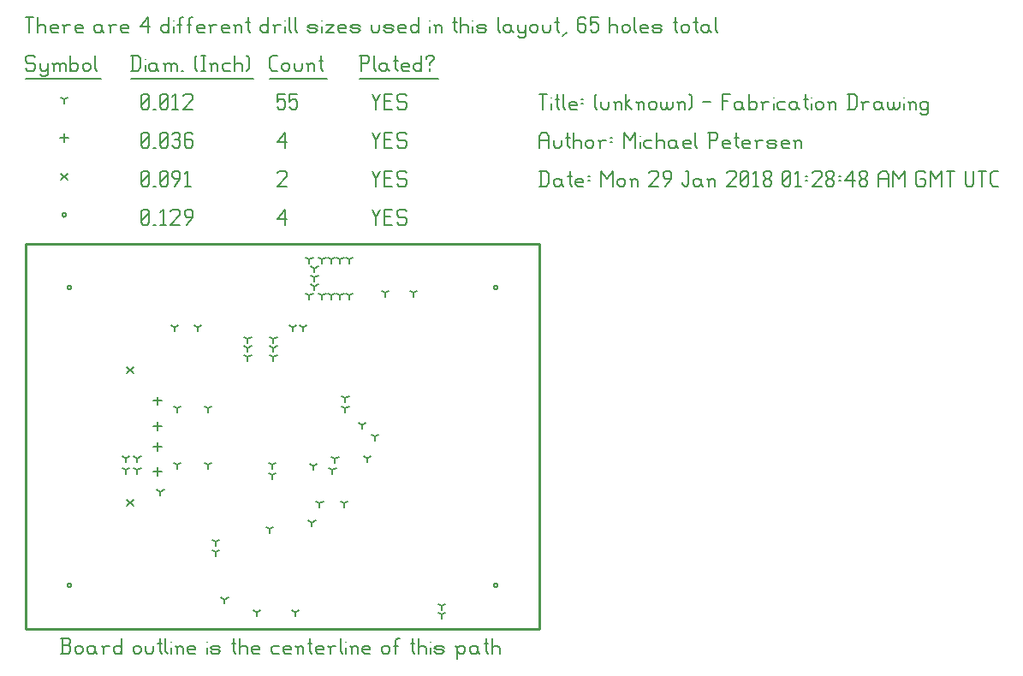
<source format=gbr>
G04 start of page 12 for group -3984 idx -3984 *
G04 Title: (unknown), fab *
G04 Creator: pcb 20140316 *
G04 CreationDate: Mon 29 Jan 2018 01:28:48 AM GMT UTC *
G04 For: railfan *
G04 Format: Gerber/RS-274X *
G04 PCB-Dimensions (mil): 2000.00 1500.00 *
G04 PCB-Coordinate-Origin: lower left *
%MOIN*%
%FSLAX25Y25*%
%LNFAB*%
%ADD70C,0.0100*%
%ADD69C,0.0075*%
%ADD68C,0.0060*%
%ADD67R,0.0080X0.0080*%
G54D67*X182200Y133000D02*G75*G03X183800Y133000I800J0D01*G01*
G75*G03X182200Y133000I-800J0D01*G01*
X16200Y17000D02*G75*G03X17800Y17000I800J0D01*G01*
G75*G03X16200Y17000I-800J0D01*G01*
Y133000D02*G75*G03X17800Y133000I800J0D01*G01*
G75*G03X16200Y133000I-800J0D01*G01*
X182200Y17000D02*G75*G03X183800Y17000I800J0D01*G01*
G75*G03X182200Y17000I-800J0D01*G01*
X14200Y161250D02*G75*G03X15800Y161250I800J0D01*G01*
G75*G03X14200Y161250I-800J0D01*G01*
G54D68*X135000Y163500D02*X136500Y160500D01*
X138000Y163500D01*
X136500Y160500D02*Y157500D01*
X139800Y160800D02*X142050D01*
X139800Y157500D02*X142800D01*
X139800Y163500D02*Y157500D01*
Y163500D02*X142800D01*
X147600D02*X148350Y162750D01*
X145350Y163500D02*X147600D01*
X144600Y162750D02*X145350Y163500D01*
X144600Y162750D02*Y161250D01*
X145350Y160500D01*
X147600D01*
X148350Y159750D01*
Y158250D01*
X147600Y157500D02*X148350Y158250D01*
X145350Y157500D02*X147600D01*
X144600Y158250D02*X145350Y157500D01*
X98000Y159750D02*X101000Y163500D01*
X98000Y159750D02*X101750D01*
X101000Y163500D02*Y157500D01*
X45000Y158250D02*X45750Y157500D01*
X45000Y162750D02*Y158250D01*
Y162750D02*X45750Y163500D01*
X47250D01*
X48000Y162750D01*
Y158250D01*
X47250Y157500D02*X48000Y158250D01*
X45750Y157500D02*X47250D01*
X45000Y159000D02*X48000Y162000D01*
X49800Y157500D02*X50550D01*
X52350Y162300D02*X53550Y163500D01*
Y157500D01*
X52350D02*X54600D01*
X56400Y162750D02*X57150Y163500D01*
X59400D01*
X60150Y162750D01*
Y161250D01*
X56400Y157500D02*X60150Y161250D01*
X56400Y157500D02*X60150D01*
X62700D02*X64950Y160500D01*
Y162750D02*Y160500D01*
X64200Y163500D02*X64950Y162750D01*
X62700Y163500D02*X64200D01*
X61950Y162750D02*X62700Y163500D01*
X61950Y162750D02*Y161250D01*
X62700Y160500D01*
X64950D01*
X39500Y102100D02*X41900Y99700D01*
X39500D02*X41900Y102100D01*
X39500Y50400D02*X41900Y48000D01*
X39500D02*X41900Y50400D01*
X13800Y177450D02*X16200Y175050D01*
X13800D02*X16200Y177450D01*
X135000Y178500D02*X136500Y175500D01*
X138000Y178500D01*
X136500Y175500D02*Y172500D01*
X139800Y175800D02*X142050D01*
X139800Y172500D02*X142800D01*
X139800Y178500D02*Y172500D01*
Y178500D02*X142800D01*
X147600D02*X148350Y177750D01*
X145350Y178500D02*X147600D01*
X144600Y177750D02*X145350Y178500D01*
X144600Y177750D02*Y176250D01*
X145350Y175500D01*
X147600D01*
X148350Y174750D01*
Y173250D01*
X147600Y172500D02*X148350Y173250D01*
X145350Y172500D02*X147600D01*
X144600Y173250D02*X145350Y172500D01*
X98000Y177750D02*X98750Y178500D01*
X101000D01*
X101750Y177750D01*
Y176250D01*
X98000Y172500D02*X101750Y176250D01*
X98000Y172500D02*X101750D01*
X45000Y173250D02*X45750Y172500D01*
X45000Y177750D02*Y173250D01*
Y177750D02*X45750Y178500D01*
X47250D01*
X48000Y177750D01*
Y173250D01*
X47250Y172500D02*X48000Y173250D01*
X45750Y172500D02*X47250D01*
X45000Y174000D02*X48000Y177000D01*
X49800Y172500D02*X50550D01*
X52350Y173250D02*X53100Y172500D01*
X52350Y177750D02*Y173250D01*
Y177750D02*X53100Y178500D01*
X54600D01*
X55350Y177750D01*
Y173250D01*
X54600Y172500D02*X55350Y173250D01*
X53100Y172500D02*X54600D01*
X52350Y174000D02*X55350Y177000D01*
X57900Y172500D02*X60150Y175500D01*
Y177750D02*Y175500D01*
X59400Y178500D02*X60150Y177750D01*
X57900Y178500D02*X59400D01*
X57150Y177750D02*X57900Y178500D01*
X57150Y177750D02*Y176250D01*
X57900Y175500D01*
X60150D01*
X61950Y177300D02*X63150Y178500D01*
Y172500D01*
X61950D02*X64200D01*
X51400Y80700D02*Y77500D01*
X49800Y79100D02*X53000D01*
X51400Y72700D02*Y69500D01*
X49800Y71100D02*X53000D01*
X51400Y90500D02*Y87300D01*
X49800Y88900D02*X53000D01*
X51400Y62900D02*Y59700D01*
X49800Y61300D02*X53000D01*
X15000Y192850D02*Y189650D01*
X13400Y191250D02*X16600D01*
X135000Y193500D02*X136500Y190500D01*
X138000Y193500D01*
X136500Y190500D02*Y187500D01*
X139800Y190800D02*X142050D01*
X139800Y187500D02*X142800D01*
X139800Y193500D02*Y187500D01*
Y193500D02*X142800D01*
X147600D02*X148350Y192750D01*
X145350Y193500D02*X147600D01*
X144600Y192750D02*X145350Y193500D01*
X144600Y192750D02*Y191250D01*
X145350Y190500D01*
X147600D01*
X148350Y189750D01*
Y188250D01*
X147600Y187500D02*X148350Y188250D01*
X145350Y187500D02*X147600D01*
X144600Y188250D02*X145350Y187500D01*
X98000Y189750D02*X101000Y193500D01*
X98000Y189750D02*X101750D01*
X101000Y193500D02*Y187500D01*
X45000Y188250D02*X45750Y187500D01*
X45000Y192750D02*Y188250D01*
Y192750D02*X45750Y193500D01*
X47250D01*
X48000Y192750D01*
Y188250D01*
X47250Y187500D02*X48000Y188250D01*
X45750Y187500D02*X47250D01*
X45000Y189000D02*X48000Y192000D01*
X49800Y187500D02*X50550D01*
X52350Y188250D02*X53100Y187500D01*
X52350Y192750D02*Y188250D01*
Y192750D02*X53100Y193500D01*
X54600D01*
X55350Y192750D01*
Y188250D01*
X54600Y187500D02*X55350Y188250D01*
X53100Y187500D02*X54600D01*
X52350Y189000D02*X55350Y192000D01*
X57150Y192750D02*X57900Y193500D01*
X59400D01*
X60150Y192750D01*
X59400Y187500D02*X60150Y188250D01*
X57900Y187500D02*X59400D01*
X57150Y188250D02*X57900Y187500D01*
Y190800D02*X59400D01*
X60150Y192750D02*Y191550D01*
Y190050D02*Y188250D01*
Y190050D02*X59400Y190800D01*
X60150Y191550D02*X59400Y190800D01*
X64200Y193500D02*X64950Y192750D01*
X62700Y193500D02*X64200D01*
X61950Y192750D02*X62700Y193500D01*
X61950Y192750D02*Y188250D01*
X62700Y187500D01*
X64200Y190800D02*X64950Y190050D01*
X61950Y190800D02*X64200D01*
X62700Y187500D02*X64200D01*
X64950Y188250D01*
Y190050D02*Y188250D01*
X86500Y113000D02*Y111400D01*
Y113000D02*X87887Y113800D01*
X86500Y113000D02*X85113Y113800D01*
X86500Y109500D02*Y107900D01*
Y109500D02*X87887Y110300D01*
X86500Y109500D02*X85113Y110300D01*
X86500Y106000D02*Y104400D01*
Y106000D02*X87887Y106800D01*
X86500Y106000D02*X85113Y106800D01*
X96500Y113000D02*Y111400D01*
Y113000D02*X97887Y113800D01*
X96500Y113000D02*X95113Y113800D01*
X96500Y109500D02*Y107900D01*
Y109500D02*X97887Y110300D01*
X96500Y109500D02*X95113Y110300D01*
X96500Y106000D02*Y104400D01*
Y106000D02*X97887Y106800D01*
X96500Y106000D02*X95113Y106800D01*
X140000Y131000D02*Y129400D01*
Y131000D02*X141387Y131800D01*
X140000Y131000D02*X138613Y131800D01*
X151000Y131000D02*Y129400D01*
Y131000D02*X152387Y131800D01*
X151000Y131000D02*X149613Y131800D01*
X104000Y117500D02*Y115900D01*
Y117500D02*X105387Y118300D01*
X104000Y117500D02*X102613Y118300D01*
X67000Y117500D02*Y115900D01*
Y117500D02*X68387Y118300D01*
X67000Y117500D02*X65613Y118300D01*
X108000Y117500D02*Y115900D01*
Y117500D02*X109387Y118300D01*
X108000Y117500D02*X106613Y118300D01*
X58000Y117500D02*Y115900D01*
Y117500D02*X59387Y118300D01*
X58000Y117500D02*X56613Y118300D01*
X52500Y53500D02*Y51900D01*
Y53500D02*X53887Y54300D01*
X52500Y53500D02*X51113Y54300D01*
X126000Y144000D02*Y142400D01*
Y144000D02*X127387Y144800D01*
X126000Y144000D02*X124613Y144800D01*
X122500Y144000D02*Y142400D01*
Y144000D02*X123887Y144800D01*
X122500Y144000D02*X121113Y144800D01*
X119000Y144000D02*Y142400D01*
Y144000D02*X120387Y144800D01*
X119000Y144000D02*X117613Y144800D01*
X115500Y144000D02*Y142400D01*
Y144000D02*X116887Y144800D01*
X115500Y144000D02*X114113Y144800D01*
X126000Y130000D02*Y128400D01*
Y130000D02*X127387Y130800D01*
X126000Y130000D02*X124613Y130800D01*
X122500Y130000D02*Y128400D01*
Y130000D02*X123887Y130800D01*
X122500Y130000D02*X121113Y130800D01*
X119000Y130000D02*Y128400D01*
Y130000D02*X120387Y130800D01*
X119000Y130000D02*X117613Y130800D01*
X115500Y130000D02*Y128400D01*
Y130000D02*X116887Y130800D01*
X115500Y130000D02*X114113Y130800D01*
X112500Y137000D02*Y135400D01*
Y137000D02*X113887Y137800D01*
X112500Y137000D02*X111113Y137800D01*
X112500Y140500D02*Y138900D01*
Y140500D02*X113887Y141300D01*
X112500Y140500D02*X111113Y141300D01*
X112500Y133500D02*Y131900D01*
Y133500D02*X113887Y134300D01*
X112500Y133500D02*X111113Y134300D01*
X110500Y144000D02*Y142400D01*
Y144000D02*X111887Y144800D01*
X110500Y144000D02*X109113Y144800D01*
X110500Y130000D02*Y128400D01*
Y130000D02*X111887Y130800D01*
X110500Y130000D02*X109113Y130800D01*
X43500Y66500D02*Y64900D01*
Y66500D02*X44887Y67300D01*
X43500Y66500D02*X42113Y67300D01*
X43500Y62000D02*Y60400D01*
Y62000D02*X44887Y62800D01*
X43500Y62000D02*X42113Y62800D01*
X39000Y66500D02*Y64900D01*
Y66500D02*X40387Y67300D01*
X39000Y66500D02*X37613Y67300D01*
X39000Y62000D02*Y60400D01*
Y62000D02*X40387Y62800D01*
X39000Y62000D02*X37613Y62800D01*
X59000Y64000D02*Y62400D01*
Y64000D02*X60387Y64800D01*
X59000Y64000D02*X57613Y64800D01*
X71000Y64000D02*Y62400D01*
Y64000D02*X72387Y64800D01*
X71000Y64000D02*X69613Y64800D01*
X59000Y86000D02*Y84400D01*
Y86000D02*X60387Y86800D01*
X59000Y86000D02*X57613Y86800D01*
X71000Y86000D02*Y84400D01*
Y86000D02*X72387Y86800D01*
X71000Y86000D02*X69613Y86800D01*
X124000Y49000D02*Y47400D01*
Y49000D02*X125387Y49800D01*
X124000Y49000D02*X122613Y49800D01*
X111500Y41500D02*Y39900D01*
Y41500D02*X112887Y42300D01*
X111500Y41500D02*X110113Y42300D01*
X114500Y49000D02*Y47400D01*
Y49000D02*X115887Y49800D01*
X114500Y49000D02*X113113Y49800D01*
X112000Y63500D02*Y61900D01*
Y63500D02*X113387Y64300D01*
X112000Y63500D02*X110613Y64300D01*
X120500Y66250D02*Y64650D01*
Y66250D02*X121887Y67050D01*
X120500Y66250D02*X119113Y67050D01*
X124500Y90000D02*Y88400D01*
Y90000D02*X125887Y90800D01*
X124500Y90000D02*X123113Y90800D01*
X124500Y86000D02*Y84400D01*
Y86000D02*X125887Y86800D01*
X124500Y86000D02*X123113Y86800D01*
X119500Y62000D02*Y60400D01*
Y62000D02*X120887Y62800D01*
X119500Y62000D02*X118113Y62800D01*
X133000Y66500D02*Y64900D01*
Y66500D02*X134387Y67300D01*
X133000Y66500D02*X131613Y67300D01*
X131000Y79500D02*Y77900D01*
Y79500D02*X132387Y80300D01*
X131000Y79500D02*X129613Y80300D01*
X96000Y60000D02*Y58400D01*
Y60000D02*X97387Y60800D01*
X96000Y60000D02*X94613Y60800D01*
X96000Y64000D02*Y62400D01*
Y64000D02*X97387Y64800D01*
X96000Y64000D02*X94613Y64800D01*
X136000Y75000D02*Y73400D01*
Y75000D02*X137387Y75800D01*
X136000Y75000D02*X134613Y75800D01*
X95000Y39000D02*Y37400D01*
Y39000D02*X96387Y39800D01*
X95000Y39000D02*X93613Y39800D01*
X162000Y9000D02*Y7400D01*
Y9000D02*X163387Y9800D01*
X162000Y9000D02*X160613Y9800D01*
X162000Y5652D02*Y4052D01*
Y5652D02*X163387Y6452D01*
X162000Y5652D02*X160613Y6452D01*
X74000Y30000D02*Y28400D01*
Y30000D02*X75387Y30800D01*
X74000Y30000D02*X72613Y30800D01*
X74000Y34000D02*Y32400D01*
Y34000D02*X75387Y34800D01*
X74000Y34000D02*X72613Y34800D01*
X105000Y6500D02*Y4900D01*
Y6500D02*X106387Y7300D01*
X105000Y6500D02*X103613Y7300D01*
X90000Y6500D02*Y4900D01*
Y6500D02*X91387Y7300D01*
X90000Y6500D02*X88613Y7300D01*
X77500Y11500D02*Y9900D01*
Y11500D02*X78887Y12300D01*
X77500Y11500D02*X76113Y12300D01*
X15000Y206250D02*Y204650D01*
Y206250D02*X16387Y207050D01*
X15000Y206250D02*X13613Y207050D01*
X135000Y208500D02*X136500Y205500D01*
X138000Y208500D01*
X136500Y205500D02*Y202500D01*
X139800Y205800D02*X142050D01*
X139800Y202500D02*X142800D01*
X139800Y208500D02*Y202500D01*
Y208500D02*X142800D01*
X147600D02*X148350Y207750D01*
X145350Y208500D02*X147600D01*
X144600Y207750D02*X145350Y208500D01*
X144600Y207750D02*Y206250D01*
X145350Y205500D01*
X147600D01*
X148350Y204750D01*
Y203250D01*
X147600Y202500D02*X148350Y203250D01*
X145350Y202500D02*X147600D01*
X144600Y203250D02*X145350Y202500D01*
X98000Y208500D02*X101000D01*
X98000D02*Y205500D01*
X98750Y206250D01*
X100250D01*
X101000Y205500D01*
Y203250D01*
X100250Y202500D02*X101000Y203250D01*
X98750Y202500D02*X100250D01*
X98000Y203250D02*X98750Y202500D01*
X102800Y208500D02*X105800D01*
X102800D02*Y205500D01*
X103550Y206250D01*
X105050D01*
X105800Y205500D01*
Y203250D01*
X105050Y202500D02*X105800Y203250D01*
X103550Y202500D02*X105050D01*
X102800Y203250D02*X103550Y202500D01*
X45000Y203250D02*X45750Y202500D01*
X45000Y207750D02*Y203250D01*
Y207750D02*X45750Y208500D01*
X47250D01*
X48000Y207750D01*
Y203250D01*
X47250Y202500D02*X48000Y203250D01*
X45750Y202500D02*X47250D01*
X45000Y204000D02*X48000Y207000D01*
X49800Y202500D02*X50550D01*
X52350Y203250D02*X53100Y202500D01*
X52350Y207750D02*Y203250D01*
Y207750D02*X53100Y208500D01*
X54600D01*
X55350Y207750D01*
Y203250D01*
X54600Y202500D02*X55350Y203250D01*
X53100Y202500D02*X54600D01*
X52350Y204000D02*X55350Y207000D01*
X57150Y207300D02*X58350Y208500D01*
Y202500D01*
X57150D02*X59400D01*
X61200Y207750D02*X61950Y208500D01*
X64200D01*
X64950Y207750D01*
Y206250D01*
X61200Y202500D02*X64950Y206250D01*
X61200Y202500D02*X64950D01*
X3000Y223500D02*X3750Y222750D01*
X750Y223500D02*X3000D01*
X0Y222750D02*X750Y223500D01*
X0Y222750D02*Y221250D01*
X750Y220500D01*
X3000D01*
X3750Y219750D01*
Y218250D01*
X3000Y217500D02*X3750Y218250D01*
X750Y217500D02*X3000D01*
X0Y218250D02*X750Y217500D01*
X5550Y220500D02*Y218250D01*
X6300Y217500D01*
X8550Y220500D02*Y216000D01*
X7800Y215250D02*X8550Y216000D01*
X6300Y215250D02*X7800D01*
X5550Y216000D02*X6300Y215250D01*
Y217500D02*X7800D01*
X8550Y218250D01*
X11100Y219750D02*Y217500D01*
Y219750D02*X11850Y220500D01*
X12600D01*
X13350Y219750D01*
Y217500D01*
Y219750D02*X14100Y220500D01*
X14850D01*
X15600Y219750D01*
Y217500D01*
X10350Y220500D02*X11100Y219750D01*
X17400Y223500D02*Y217500D01*
Y218250D02*X18150Y217500D01*
X19650D01*
X20400Y218250D01*
Y219750D02*Y218250D01*
X19650Y220500D02*X20400Y219750D01*
X18150Y220500D02*X19650D01*
X17400Y219750D02*X18150Y220500D01*
X22200Y219750D02*Y218250D01*
Y219750D02*X22950Y220500D01*
X24450D01*
X25200Y219750D01*
Y218250D01*
X24450Y217500D02*X25200Y218250D01*
X22950Y217500D02*X24450D01*
X22200Y218250D02*X22950Y217500D01*
X27000Y223500D02*Y218250D01*
X27750Y217500D01*
X0Y214250D02*X29250D01*
X41750Y223500D02*Y217500D01*
X43700Y223500D02*X44750Y222450D01*
Y218550D01*
X43700Y217500D02*X44750Y218550D01*
X41000Y217500D02*X43700D01*
X41000Y223500D02*X43700D01*
G54D69*X46550Y222000D02*Y221850D01*
G54D68*Y219750D02*Y217500D01*
X50300Y220500D02*X51050Y219750D01*
X48800Y220500D02*X50300D01*
X48050Y219750D02*X48800Y220500D01*
X48050Y219750D02*Y218250D01*
X48800Y217500D01*
X51050Y220500D02*Y218250D01*
X51800Y217500D01*
X48800D02*X50300D01*
X51050Y218250D01*
X54350Y219750D02*Y217500D01*
Y219750D02*X55100Y220500D01*
X55850D01*
X56600Y219750D01*
Y217500D01*
Y219750D02*X57350Y220500D01*
X58100D01*
X58850Y219750D01*
Y217500D01*
X53600Y220500D02*X54350Y219750D01*
X60650Y217500D02*X61400D01*
X65900Y218250D02*X66650Y217500D01*
X65900Y222750D02*X66650Y223500D01*
X65900Y222750D02*Y218250D01*
X68450Y223500D02*X69950D01*
X69200D02*Y217500D01*
X68450D02*X69950D01*
X72500Y219750D02*Y217500D01*
Y219750D02*X73250Y220500D01*
X74000D01*
X74750Y219750D01*
Y217500D01*
X71750Y220500D02*X72500Y219750D01*
X77300Y220500D02*X79550D01*
X76550Y219750D02*X77300Y220500D01*
X76550Y219750D02*Y218250D01*
X77300Y217500D01*
X79550D01*
X81350Y223500D02*Y217500D01*
Y219750D02*X82100Y220500D01*
X83600D01*
X84350Y219750D01*
Y217500D01*
X86150Y223500D02*X86900Y222750D01*
Y218250D01*
X86150Y217500D02*X86900Y218250D01*
X41000Y214250D02*X88700D01*
X96050Y217500D02*X98000D01*
X95000Y218550D02*X96050Y217500D01*
X95000Y222450D02*Y218550D01*
Y222450D02*X96050Y223500D01*
X98000D01*
X99800Y219750D02*Y218250D01*
Y219750D02*X100550Y220500D01*
X102050D01*
X102800Y219750D01*
Y218250D01*
X102050Y217500D02*X102800Y218250D01*
X100550Y217500D02*X102050D01*
X99800Y218250D02*X100550Y217500D01*
X104600Y220500D02*Y218250D01*
X105350Y217500D01*
X106850D01*
X107600Y218250D01*
Y220500D02*Y218250D01*
X110150Y219750D02*Y217500D01*
Y219750D02*X110900Y220500D01*
X111650D01*
X112400Y219750D01*
Y217500D01*
X109400Y220500D02*X110150Y219750D01*
X114950Y223500D02*Y218250D01*
X115700Y217500D01*
X114200Y221250D02*X115700D01*
X95000Y214250D02*X117200D01*
X130750Y223500D02*Y217500D01*
X130000Y223500D02*X133000D01*
X133750Y222750D01*
Y221250D01*
X133000Y220500D02*X133750Y221250D01*
X130750Y220500D02*X133000D01*
X135550Y223500D02*Y218250D01*
X136300Y217500D01*
X140050Y220500D02*X140800Y219750D01*
X138550Y220500D02*X140050D01*
X137800Y219750D02*X138550Y220500D01*
X137800Y219750D02*Y218250D01*
X138550Y217500D01*
X140800Y220500D02*Y218250D01*
X141550Y217500D01*
X138550D02*X140050D01*
X140800Y218250D01*
X144100Y223500D02*Y218250D01*
X144850Y217500D01*
X143350Y221250D02*X144850D01*
X147100Y217500D02*X149350D01*
X146350Y218250D02*X147100Y217500D01*
X146350Y219750D02*Y218250D01*
Y219750D02*X147100Y220500D01*
X148600D01*
X149350Y219750D01*
X146350Y219000D02*X149350D01*
Y219750D02*Y219000D01*
X154150Y223500D02*Y217500D01*
X153400D02*X154150Y218250D01*
X151900Y217500D02*X153400D01*
X151150Y218250D02*X151900Y217500D01*
X151150Y219750D02*Y218250D01*
Y219750D02*X151900Y220500D01*
X153400D01*
X154150Y219750D01*
X157450Y220500D02*Y219750D01*
Y218250D02*Y217500D01*
X155950Y222750D02*Y222000D01*
Y222750D02*X156700Y223500D01*
X158200D01*
X158950Y222750D01*
Y222000D01*
X157450Y220500D02*X158950Y222000D01*
X130000Y214250D02*X160750D01*
X0Y238500D02*X3000D01*
X1500D02*Y232500D01*
X4800Y238500D02*Y232500D01*
Y234750D02*X5550Y235500D01*
X7050D01*
X7800Y234750D01*
Y232500D01*
X10350D02*X12600D01*
X9600Y233250D02*X10350Y232500D01*
X9600Y234750D02*Y233250D01*
Y234750D02*X10350Y235500D01*
X11850D01*
X12600Y234750D01*
X9600Y234000D02*X12600D01*
Y234750D02*Y234000D01*
X15150Y234750D02*Y232500D01*
Y234750D02*X15900Y235500D01*
X17400D01*
X14400D02*X15150Y234750D01*
X19950Y232500D02*X22200D01*
X19200Y233250D02*X19950Y232500D01*
X19200Y234750D02*Y233250D01*
Y234750D02*X19950Y235500D01*
X21450D01*
X22200Y234750D01*
X19200Y234000D02*X22200D01*
Y234750D02*Y234000D01*
X28950Y235500D02*X29700Y234750D01*
X27450Y235500D02*X28950D01*
X26700Y234750D02*X27450Y235500D01*
X26700Y234750D02*Y233250D01*
X27450Y232500D01*
X29700Y235500D02*Y233250D01*
X30450Y232500D01*
X27450D02*X28950D01*
X29700Y233250D01*
X33000Y234750D02*Y232500D01*
Y234750D02*X33750Y235500D01*
X35250D01*
X32250D02*X33000Y234750D01*
X37800Y232500D02*X40050D01*
X37050Y233250D02*X37800Y232500D01*
X37050Y234750D02*Y233250D01*
Y234750D02*X37800Y235500D01*
X39300D01*
X40050Y234750D01*
X37050Y234000D02*X40050D01*
Y234750D02*Y234000D01*
X44550Y234750D02*X47550Y238500D01*
X44550Y234750D02*X48300D01*
X47550Y238500D02*Y232500D01*
X55800Y238500D02*Y232500D01*
X55050D02*X55800Y233250D01*
X53550Y232500D02*X55050D01*
X52800Y233250D02*X53550Y232500D01*
X52800Y234750D02*Y233250D01*
Y234750D02*X53550Y235500D01*
X55050D01*
X55800Y234750D01*
G54D69*X57600Y237000D02*Y236850D01*
G54D68*Y234750D02*Y232500D01*
X59850Y237750D02*Y232500D01*
Y237750D02*X60600Y238500D01*
X61350D01*
X59100Y235500D02*X60600D01*
X63600Y237750D02*Y232500D01*
Y237750D02*X64350Y238500D01*
X65100D01*
X62850Y235500D02*X64350D01*
X67350Y232500D02*X69600D01*
X66600Y233250D02*X67350Y232500D01*
X66600Y234750D02*Y233250D01*
Y234750D02*X67350Y235500D01*
X68850D01*
X69600Y234750D01*
X66600Y234000D02*X69600D01*
Y234750D02*Y234000D01*
X72150Y234750D02*Y232500D01*
Y234750D02*X72900Y235500D01*
X74400D01*
X71400D02*X72150Y234750D01*
X76950Y232500D02*X79200D01*
X76200Y233250D02*X76950Y232500D01*
X76200Y234750D02*Y233250D01*
Y234750D02*X76950Y235500D01*
X78450D01*
X79200Y234750D01*
X76200Y234000D02*X79200D01*
Y234750D02*Y234000D01*
X81750Y234750D02*Y232500D01*
Y234750D02*X82500Y235500D01*
X83250D01*
X84000Y234750D01*
Y232500D01*
X81000Y235500D02*X81750Y234750D01*
X86550Y238500D02*Y233250D01*
X87300Y232500D01*
X85800Y236250D02*X87300D01*
X94500Y238500D02*Y232500D01*
X93750D02*X94500Y233250D01*
X92250Y232500D02*X93750D01*
X91500Y233250D02*X92250Y232500D01*
X91500Y234750D02*Y233250D01*
Y234750D02*X92250Y235500D01*
X93750D01*
X94500Y234750D01*
X97050D02*Y232500D01*
Y234750D02*X97800Y235500D01*
X99300D01*
X96300D02*X97050Y234750D01*
G54D69*X101100Y237000D02*Y236850D01*
G54D68*Y234750D02*Y232500D01*
X102600Y238500D02*Y233250D01*
X103350Y232500D01*
X104850Y238500D02*Y233250D01*
X105600Y232500D01*
X110550D02*X112800D01*
X113550Y233250D01*
X112800Y234000D02*X113550Y233250D01*
X110550Y234000D02*X112800D01*
X109800Y234750D02*X110550Y234000D01*
X109800Y234750D02*X110550Y235500D01*
X112800D01*
X113550Y234750D01*
X109800Y233250D02*X110550Y232500D01*
G54D69*X115350Y237000D02*Y236850D01*
G54D68*Y234750D02*Y232500D01*
X116850Y235500D02*X119850D01*
X116850Y232500D02*X119850Y235500D01*
X116850Y232500D02*X119850D01*
X122400D02*X124650D01*
X121650Y233250D02*X122400Y232500D01*
X121650Y234750D02*Y233250D01*
Y234750D02*X122400Y235500D01*
X123900D01*
X124650Y234750D01*
X121650Y234000D02*X124650D01*
Y234750D02*Y234000D01*
X127200Y232500D02*X129450D01*
X130200Y233250D01*
X129450Y234000D02*X130200Y233250D01*
X127200Y234000D02*X129450D01*
X126450Y234750D02*X127200Y234000D01*
X126450Y234750D02*X127200Y235500D01*
X129450D01*
X130200Y234750D01*
X126450Y233250D02*X127200Y232500D01*
X134700Y235500D02*Y233250D01*
X135450Y232500D01*
X136950D01*
X137700Y233250D01*
Y235500D02*Y233250D01*
X140250Y232500D02*X142500D01*
X143250Y233250D01*
X142500Y234000D02*X143250Y233250D01*
X140250Y234000D02*X142500D01*
X139500Y234750D02*X140250Y234000D01*
X139500Y234750D02*X140250Y235500D01*
X142500D01*
X143250Y234750D01*
X139500Y233250D02*X140250Y232500D01*
X145800D02*X148050D01*
X145050Y233250D02*X145800Y232500D01*
X145050Y234750D02*Y233250D01*
Y234750D02*X145800Y235500D01*
X147300D01*
X148050Y234750D01*
X145050Y234000D02*X148050D01*
Y234750D02*Y234000D01*
X152850Y238500D02*Y232500D01*
X152100D02*X152850Y233250D01*
X150600Y232500D02*X152100D01*
X149850Y233250D02*X150600Y232500D01*
X149850Y234750D02*Y233250D01*
Y234750D02*X150600Y235500D01*
X152100D01*
X152850Y234750D01*
G54D69*X157350Y237000D02*Y236850D01*
G54D68*Y234750D02*Y232500D01*
X159600Y234750D02*Y232500D01*
Y234750D02*X160350Y235500D01*
X161100D01*
X161850Y234750D01*
Y232500D01*
X158850Y235500D02*X159600Y234750D01*
X167100Y238500D02*Y233250D01*
X167850Y232500D01*
X166350Y236250D02*X167850D01*
X169350Y238500D02*Y232500D01*
Y234750D02*X170100Y235500D01*
X171600D01*
X172350Y234750D01*
Y232500D01*
G54D69*X174150Y237000D02*Y236850D01*
G54D68*Y234750D02*Y232500D01*
X176400D02*X178650D01*
X179400Y233250D01*
X178650Y234000D02*X179400Y233250D01*
X176400Y234000D02*X178650D01*
X175650Y234750D02*X176400Y234000D01*
X175650Y234750D02*X176400Y235500D01*
X178650D01*
X179400Y234750D01*
X175650Y233250D02*X176400Y232500D01*
X183900Y238500D02*Y233250D01*
X184650Y232500D01*
X188400Y235500D02*X189150Y234750D01*
X186900Y235500D02*X188400D01*
X186150Y234750D02*X186900Y235500D01*
X186150Y234750D02*Y233250D01*
X186900Y232500D01*
X189150Y235500D02*Y233250D01*
X189900Y232500D01*
X186900D02*X188400D01*
X189150Y233250D01*
X191700Y235500D02*Y233250D01*
X192450Y232500D01*
X194700Y235500D02*Y231000D01*
X193950Y230250D02*X194700Y231000D01*
X192450Y230250D02*X193950D01*
X191700Y231000D02*X192450Y230250D01*
Y232500D02*X193950D01*
X194700Y233250D01*
X196500Y234750D02*Y233250D01*
Y234750D02*X197250Y235500D01*
X198750D01*
X199500Y234750D01*
Y233250D01*
X198750Y232500D02*X199500Y233250D01*
X197250Y232500D02*X198750D01*
X196500Y233250D02*X197250Y232500D01*
X201300Y235500D02*Y233250D01*
X202050Y232500D01*
X203550D01*
X204300Y233250D01*
Y235500D02*Y233250D01*
X206850Y238500D02*Y233250D01*
X207600Y232500D01*
X206100Y236250D02*X207600D01*
X209100Y231000D02*X210600Y232500D01*
X217350Y238500D02*X218100Y237750D01*
X215850Y238500D02*X217350D01*
X215100Y237750D02*X215850Y238500D01*
X215100Y237750D02*Y233250D01*
X215850Y232500D01*
X217350Y235800D02*X218100Y235050D01*
X215100Y235800D02*X217350D01*
X215850Y232500D02*X217350D01*
X218100Y233250D01*
Y235050D02*Y233250D01*
X219900Y238500D02*X222900D01*
X219900D02*Y235500D01*
X220650Y236250D01*
X222150D01*
X222900Y235500D01*
Y233250D01*
X222150Y232500D02*X222900Y233250D01*
X220650Y232500D02*X222150D01*
X219900Y233250D02*X220650Y232500D01*
X227400Y238500D02*Y232500D01*
Y234750D02*X228150Y235500D01*
X229650D01*
X230400Y234750D01*
Y232500D01*
X232200Y234750D02*Y233250D01*
Y234750D02*X232950Y235500D01*
X234450D01*
X235200Y234750D01*
Y233250D01*
X234450Y232500D02*X235200Y233250D01*
X232950Y232500D02*X234450D01*
X232200Y233250D02*X232950Y232500D01*
X237000Y238500D02*Y233250D01*
X237750Y232500D01*
X240000D02*X242250D01*
X239250Y233250D02*X240000Y232500D01*
X239250Y234750D02*Y233250D01*
Y234750D02*X240000Y235500D01*
X241500D01*
X242250Y234750D01*
X239250Y234000D02*X242250D01*
Y234750D02*Y234000D01*
X244800Y232500D02*X247050D01*
X247800Y233250D01*
X247050Y234000D02*X247800Y233250D01*
X244800Y234000D02*X247050D01*
X244050Y234750D02*X244800Y234000D01*
X244050Y234750D02*X244800Y235500D01*
X247050D01*
X247800Y234750D01*
X244050Y233250D02*X244800Y232500D01*
X253050Y238500D02*Y233250D01*
X253800Y232500D01*
X252300Y236250D02*X253800D01*
X255300Y234750D02*Y233250D01*
Y234750D02*X256050Y235500D01*
X257550D01*
X258300Y234750D01*
Y233250D01*
X257550Y232500D02*X258300Y233250D01*
X256050Y232500D02*X257550D01*
X255300Y233250D02*X256050Y232500D01*
X260850Y238500D02*Y233250D01*
X261600Y232500D01*
X260100Y236250D02*X261600D01*
X265350Y235500D02*X266100Y234750D01*
X263850Y235500D02*X265350D01*
X263100Y234750D02*X263850Y235500D01*
X263100Y234750D02*Y233250D01*
X263850Y232500D01*
X266100Y235500D02*Y233250D01*
X266850Y232500D01*
X263850D02*X265350D01*
X266100Y233250D01*
X268650Y238500D02*Y233250D01*
X269400Y232500D01*
G54D70*X0Y0D02*Y150000D01*
X200000Y0D02*X0D01*
X200000Y150000D02*X0D01*
X200000D02*Y0D01*
G54D68*X13675Y-9500D02*X16675D01*
X17425Y-8750D01*
Y-6950D02*Y-8750D01*
X16675Y-6200D02*X17425Y-6950D01*
X14425Y-6200D02*X16675D01*
X14425Y-3500D02*Y-9500D01*
X13675Y-3500D02*X16675D01*
X17425Y-4250D01*
Y-5450D01*
X16675Y-6200D02*X17425Y-5450D01*
X19225Y-7250D02*Y-8750D01*
Y-7250D02*X19975Y-6500D01*
X21475D01*
X22225Y-7250D01*
Y-8750D01*
X21475Y-9500D02*X22225Y-8750D01*
X19975Y-9500D02*X21475D01*
X19225Y-8750D02*X19975Y-9500D01*
X26275Y-6500D02*X27025Y-7250D01*
X24775Y-6500D02*X26275D01*
X24025Y-7250D02*X24775Y-6500D01*
X24025Y-7250D02*Y-8750D01*
X24775Y-9500D01*
X27025Y-6500D02*Y-8750D01*
X27775Y-9500D01*
X24775D02*X26275D01*
X27025Y-8750D01*
X30325Y-7250D02*Y-9500D01*
Y-7250D02*X31075Y-6500D01*
X32575D01*
X29575D02*X30325Y-7250D01*
X37375Y-3500D02*Y-9500D01*
X36625D02*X37375Y-8750D01*
X35125Y-9500D02*X36625D01*
X34375Y-8750D02*X35125Y-9500D01*
X34375Y-7250D02*Y-8750D01*
Y-7250D02*X35125Y-6500D01*
X36625D01*
X37375Y-7250D01*
X41875D02*Y-8750D01*
Y-7250D02*X42625Y-6500D01*
X44125D01*
X44875Y-7250D01*
Y-8750D01*
X44125Y-9500D02*X44875Y-8750D01*
X42625Y-9500D02*X44125D01*
X41875Y-8750D02*X42625Y-9500D01*
X46675Y-6500D02*Y-8750D01*
X47425Y-9500D01*
X48925D01*
X49675Y-8750D01*
Y-6500D02*Y-8750D01*
X52225Y-3500D02*Y-8750D01*
X52975Y-9500D01*
X51475Y-5750D02*X52975D01*
X54475Y-3500D02*Y-8750D01*
X55225Y-9500D01*
G54D69*X56725Y-5000D02*Y-5150D01*
G54D68*Y-7250D02*Y-9500D01*
X58975Y-7250D02*Y-9500D01*
Y-7250D02*X59725Y-6500D01*
X60475D01*
X61225Y-7250D01*
Y-9500D01*
X58225Y-6500D02*X58975Y-7250D01*
X63775Y-9500D02*X66025D01*
X63025Y-8750D02*X63775Y-9500D01*
X63025Y-7250D02*Y-8750D01*
Y-7250D02*X63775Y-6500D01*
X65275D01*
X66025Y-7250D01*
X63025Y-8000D02*X66025D01*
Y-7250D02*Y-8000D01*
G54D69*X70525Y-5000D02*Y-5150D01*
G54D68*Y-7250D02*Y-9500D01*
X72775D02*X75025D01*
X75775Y-8750D01*
X75025Y-8000D02*X75775Y-8750D01*
X72775Y-8000D02*X75025D01*
X72025Y-7250D02*X72775Y-8000D01*
X72025Y-7250D02*X72775Y-6500D01*
X75025D01*
X75775Y-7250D01*
X72025Y-8750D02*X72775Y-9500D01*
X81025Y-3500D02*Y-8750D01*
X81775Y-9500D01*
X80275Y-5750D02*X81775D01*
X83275Y-3500D02*Y-9500D01*
Y-7250D02*X84025Y-6500D01*
X85525D01*
X86275Y-7250D01*
Y-9500D01*
X88825D02*X91075D01*
X88075Y-8750D02*X88825Y-9500D01*
X88075Y-7250D02*Y-8750D01*
Y-7250D02*X88825Y-6500D01*
X90325D01*
X91075Y-7250D01*
X88075Y-8000D02*X91075D01*
Y-7250D02*Y-8000D01*
X96325Y-6500D02*X98575D01*
X95575Y-7250D02*X96325Y-6500D01*
X95575Y-7250D02*Y-8750D01*
X96325Y-9500D01*
X98575D01*
X101125D02*X103375D01*
X100375Y-8750D02*X101125Y-9500D01*
X100375Y-7250D02*Y-8750D01*
Y-7250D02*X101125Y-6500D01*
X102625D01*
X103375Y-7250D01*
X100375Y-8000D02*X103375D01*
Y-7250D02*Y-8000D01*
X105925Y-7250D02*Y-9500D01*
Y-7250D02*X106675Y-6500D01*
X107425D01*
X108175Y-7250D01*
Y-9500D01*
X105175Y-6500D02*X105925Y-7250D01*
X110725Y-3500D02*Y-8750D01*
X111475Y-9500D01*
X109975Y-5750D02*X111475D01*
X113725Y-9500D02*X115975D01*
X112975Y-8750D02*X113725Y-9500D01*
X112975Y-7250D02*Y-8750D01*
Y-7250D02*X113725Y-6500D01*
X115225D01*
X115975Y-7250D01*
X112975Y-8000D02*X115975D01*
Y-7250D02*Y-8000D01*
X118525Y-7250D02*Y-9500D01*
Y-7250D02*X119275Y-6500D01*
X120775D01*
X117775D02*X118525Y-7250D01*
X122575Y-3500D02*Y-8750D01*
X123325Y-9500D01*
G54D69*X124825Y-5000D02*Y-5150D01*
G54D68*Y-7250D02*Y-9500D01*
X127075Y-7250D02*Y-9500D01*
Y-7250D02*X127825Y-6500D01*
X128575D01*
X129325Y-7250D01*
Y-9500D01*
X126325Y-6500D02*X127075Y-7250D01*
X131875Y-9500D02*X134125D01*
X131125Y-8750D02*X131875Y-9500D01*
X131125Y-7250D02*Y-8750D01*
Y-7250D02*X131875Y-6500D01*
X133375D01*
X134125Y-7250D01*
X131125Y-8000D02*X134125D01*
Y-7250D02*Y-8000D01*
X138625Y-7250D02*Y-8750D01*
Y-7250D02*X139375Y-6500D01*
X140875D01*
X141625Y-7250D01*
Y-8750D01*
X140875Y-9500D02*X141625Y-8750D01*
X139375Y-9500D02*X140875D01*
X138625Y-8750D02*X139375Y-9500D01*
X144175Y-4250D02*Y-9500D01*
Y-4250D02*X144925Y-3500D01*
X145675D01*
X143425Y-6500D02*X144925D01*
X150625Y-3500D02*Y-8750D01*
X151375Y-9500D01*
X149875Y-5750D02*X151375D01*
X152875Y-3500D02*Y-9500D01*
Y-7250D02*X153625Y-6500D01*
X155125D01*
X155875Y-7250D01*
Y-9500D01*
G54D69*X157675Y-5000D02*Y-5150D01*
G54D68*Y-7250D02*Y-9500D01*
X159925D02*X162175D01*
X162925Y-8750D01*
X162175Y-8000D02*X162925Y-8750D01*
X159925Y-8000D02*X162175D01*
X159175Y-7250D02*X159925Y-8000D01*
X159175Y-7250D02*X159925Y-6500D01*
X162175D01*
X162925Y-7250D01*
X159175Y-8750D02*X159925Y-9500D01*
X168175Y-7250D02*Y-11750D01*
X167425Y-6500D02*X168175Y-7250D01*
X168925Y-6500D01*
X170425D01*
X171175Y-7250D01*
Y-8750D01*
X170425Y-9500D02*X171175Y-8750D01*
X168925Y-9500D02*X170425D01*
X168175Y-8750D02*X168925Y-9500D01*
X175225Y-6500D02*X175975Y-7250D01*
X173725Y-6500D02*X175225D01*
X172975Y-7250D02*X173725Y-6500D01*
X172975Y-7250D02*Y-8750D01*
X173725Y-9500D01*
X175975Y-6500D02*Y-8750D01*
X176725Y-9500D01*
X173725D02*X175225D01*
X175975Y-8750D01*
X179275Y-3500D02*Y-8750D01*
X180025Y-9500D01*
X178525Y-5750D02*X180025D01*
X181525Y-3500D02*Y-9500D01*
Y-7250D02*X182275Y-6500D01*
X183775D01*
X184525Y-7250D01*
Y-9500D01*
X200750Y178500D02*Y172500D01*
X202700Y178500D02*X203750Y177450D01*
Y173550D01*
X202700Y172500D02*X203750Y173550D01*
X200000Y172500D02*X202700D01*
X200000Y178500D02*X202700D01*
X207800Y175500D02*X208550Y174750D01*
X206300Y175500D02*X207800D01*
X205550Y174750D02*X206300Y175500D01*
X205550Y174750D02*Y173250D01*
X206300Y172500D01*
X208550Y175500D02*Y173250D01*
X209300Y172500D01*
X206300D02*X207800D01*
X208550Y173250D01*
X211850Y178500D02*Y173250D01*
X212600Y172500D01*
X211100Y176250D02*X212600D01*
X214850Y172500D02*X217100D01*
X214100Y173250D02*X214850Y172500D01*
X214100Y174750D02*Y173250D01*
Y174750D02*X214850Y175500D01*
X216350D01*
X217100Y174750D01*
X214100Y174000D02*X217100D01*
Y174750D02*Y174000D01*
X218900Y176250D02*X219650D01*
X218900Y174750D02*X219650D01*
X224150Y178500D02*Y172500D01*
Y178500D02*X226400Y175500D01*
X228650Y178500D01*
Y172500D01*
X230450Y174750D02*Y173250D01*
Y174750D02*X231200Y175500D01*
X232700D01*
X233450Y174750D01*
Y173250D01*
X232700Y172500D02*X233450Y173250D01*
X231200Y172500D02*X232700D01*
X230450Y173250D02*X231200Y172500D01*
X236000Y174750D02*Y172500D01*
Y174750D02*X236750Y175500D01*
X237500D01*
X238250Y174750D01*
Y172500D01*
X235250Y175500D02*X236000Y174750D01*
X242750Y177750D02*X243500Y178500D01*
X245750D01*
X246500Y177750D01*
Y176250D01*
X242750Y172500D02*X246500Y176250D01*
X242750Y172500D02*X246500D01*
X249050D02*X251300Y175500D01*
Y177750D02*Y175500D01*
X250550Y178500D02*X251300Y177750D01*
X249050Y178500D02*X250550D01*
X248300Y177750D02*X249050Y178500D01*
X248300Y177750D02*Y176250D01*
X249050Y175500D01*
X251300D01*
X256850Y178500D02*X258050D01*
Y173250D01*
X257300Y172500D02*X258050Y173250D01*
X256550Y172500D02*X257300D01*
X255800Y173250D02*X256550Y172500D01*
X255800Y174000D02*Y173250D01*
X262100Y175500D02*X262850Y174750D01*
X260600Y175500D02*X262100D01*
X259850Y174750D02*X260600Y175500D01*
X259850Y174750D02*Y173250D01*
X260600Y172500D01*
X262850Y175500D02*Y173250D01*
X263600Y172500D01*
X260600D02*X262100D01*
X262850Y173250D01*
X266150Y174750D02*Y172500D01*
Y174750D02*X266900Y175500D01*
X267650D01*
X268400Y174750D01*
Y172500D01*
X265400Y175500D02*X266150Y174750D01*
X272900Y177750D02*X273650Y178500D01*
X275900D01*
X276650Y177750D01*
Y176250D01*
X272900Y172500D02*X276650Y176250D01*
X272900Y172500D02*X276650D01*
X278450Y173250D02*X279200Y172500D01*
X278450Y177750D02*Y173250D01*
Y177750D02*X279200Y178500D01*
X280700D01*
X281450Y177750D01*
Y173250D01*
X280700Y172500D02*X281450Y173250D01*
X279200Y172500D02*X280700D01*
X278450Y174000D02*X281450Y177000D01*
X283250Y177300D02*X284450Y178500D01*
Y172500D01*
X283250D02*X285500D01*
X287300Y173250D02*X288050Y172500D01*
X287300Y174450D02*Y173250D01*
Y174450D02*X288350Y175500D01*
X289250D01*
X290300Y174450D01*
Y173250D01*
X289550Y172500D02*X290300Y173250D01*
X288050Y172500D02*X289550D01*
X287300Y176550D02*X288350Y175500D01*
X287300Y177750D02*Y176550D01*
Y177750D02*X288050Y178500D01*
X289550D01*
X290300Y177750D01*
Y176550D01*
X289250Y175500D02*X290300Y176550D01*
X294800Y173250D02*X295550Y172500D01*
X294800Y177750D02*Y173250D01*
Y177750D02*X295550Y178500D01*
X297050D01*
X297800Y177750D01*
Y173250D01*
X297050Y172500D02*X297800Y173250D01*
X295550Y172500D02*X297050D01*
X294800Y174000D02*X297800Y177000D01*
X299600Y177300D02*X300800Y178500D01*
Y172500D01*
X299600D02*X301850D01*
X303650Y176250D02*X304400D01*
X303650Y174750D02*X304400D01*
X306200Y177750D02*X306950Y178500D01*
X309200D01*
X309950Y177750D01*
Y176250D01*
X306200Y172500D02*X309950Y176250D01*
X306200Y172500D02*X309950D01*
X311750Y173250D02*X312500Y172500D01*
X311750Y174450D02*Y173250D01*
Y174450D02*X312800Y175500D01*
X313700D01*
X314750Y174450D01*
Y173250D01*
X314000Y172500D02*X314750Y173250D01*
X312500Y172500D02*X314000D01*
X311750Y176550D02*X312800Y175500D01*
X311750Y177750D02*Y176550D01*
Y177750D02*X312500Y178500D01*
X314000D01*
X314750Y177750D01*
Y176550D01*
X313700Y175500D02*X314750Y176550D01*
X316550Y176250D02*X317300D01*
X316550Y174750D02*X317300D01*
X319100D02*X322100Y178500D01*
X319100Y174750D02*X322850D01*
X322100Y178500D02*Y172500D01*
X324650Y173250D02*X325400Y172500D01*
X324650Y174450D02*Y173250D01*
Y174450D02*X325700Y175500D01*
X326600D01*
X327650Y174450D01*
Y173250D01*
X326900Y172500D02*X327650Y173250D01*
X325400Y172500D02*X326900D01*
X324650Y176550D02*X325700Y175500D01*
X324650Y177750D02*Y176550D01*
Y177750D02*X325400Y178500D01*
X326900D01*
X327650Y177750D01*
Y176550D01*
X326600Y175500D02*X327650Y176550D01*
X332150Y177000D02*Y172500D01*
Y177000D02*X333200Y178500D01*
X334850D01*
X335900Y177000D01*
Y172500D01*
X332150Y175500D02*X335900D01*
X337700Y178500D02*Y172500D01*
Y178500D02*X339950Y175500D01*
X342200Y178500D01*
Y172500D01*
X349700Y178500D02*X350450Y177750D01*
X347450Y178500D02*X349700D01*
X346700Y177750D02*X347450Y178500D01*
X346700Y177750D02*Y173250D01*
X347450Y172500D01*
X349700D01*
X350450Y173250D01*
Y174750D02*Y173250D01*
X349700Y175500D02*X350450Y174750D01*
X348200Y175500D02*X349700D01*
X352250Y178500D02*Y172500D01*
Y178500D02*X354500Y175500D01*
X356750Y178500D01*
Y172500D01*
X358550Y178500D02*X361550D01*
X360050D02*Y172500D01*
X366050Y178500D02*Y173250D01*
X366800Y172500D01*
X368300D01*
X369050Y173250D01*
Y178500D02*Y173250D01*
X370850Y178500D02*X373850D01*
X372350D02*Y172500D01*
X376700D02*X378650D01*
X375650Y173550D02*X376700Y172500D01*
X375650Y177450D02*Y173550D01*
Y177450D02*X376700Y178500D01*
X378650D01*
X200000Y192000D02*Y187500D01*
Y192000D02*X201050Y193500D01*
X202700D01*
X203750Y192000D01*
Y187500D01*
X200000Y190500D02*X203750D01*
X205550D02*Y188250D01*
X206300Y187500D01*
X207800D01*
X208550Y188250D01*
Y190500D02*Y188250D01*
X211100Y193500D02*Y188250D01*
X211850Y187500D01*
X210350Y191250D02*X211850D01*
X213350Y193500D02*Y187500D01*
Y189750D02*X214100Y190500D01*
X215600D01*
X216350Y189750D01*
Y187500D01*
X218150Y189750D02*Y188250D01*
Y189750D02*X218900Y190500D01*
X220400D01*
X221150Y189750D01*
Y188250D01*
X220400Y187500D02*X221150Y188250D01*
X218900Y187500D02*X220400D01*
X218150Y188250D02*X218900Y187500D01*
X223700Y189750D02*Y187500D01*
Y189750D02*X224450Y190500D01*
X225950D01*
X222950D02*X223700Y189750D01*
X227750Y191250D02*X228500D01*
X227750Y189750D02*X228500D01*
X233000Y193500D02*Y187500D01*
Y193500D02*X235250Y190500D01*
X237500Y193500D01*
Y187500D01*
G54D69*X239300Y192000D02*Y191850D01*
G54D68*Y189750D02*Y187500D01*
X241550Y190500D02*X243800D01*
X240800Y189750D02*X241550Y190500D01*
X240800Y189750D02*Y188250D01*
X241550Y187500D01*
X243800D01*
X245600Y193500D02*Y187500D01*
Y189750D02*X246350Y190500D01*
X247850D01*
X248600Y189750D01*
Y187500D01*
X252650Y190500D02*X253400Y189750D01*
X251150Y190500D02*X252650D01*
X250400Y189750D02*X251150Y190500D01*
X250400Y189750D02*Y188250D01*
X251150Y187500D01*
X253400Y190500D02*Y188250D01*
X254150Y187500D01*
X251150D02*X252650D01*
X253400Y188250D01*
X256700Y187500D02*X258950D01*
X255950Y188250D02*X256700Y187500D01*
X255950Y189750D02*Y188250D01*
Y189750D02*X256700Y190500D01*
X258200D01*
X258950Y189750D01*
X255950Y189000D02*X258950D01*
Y189750D02*Y189000D01*
X260750Y193500D02*Y188250D01*
X261500Y187500D01*
X266450Y193500D02*Y187500D01*
X265700Y193500D02*X268700D01*
X269450Y192750D01*
Y191250D01*
X268700Y190500D02*X269450Y191250D01*
X266450Y190500D02*X268700D01*
X272000Y187500D02*X274250D01*
X271250Y188250D02*X272000Y187500D01*
X271250Y189750D02*Y188250D01*
Y189750D02*X272000Y190500D01*
X273500D01*
X274250Y189750D01*
X271250Y189000D02*X274250D01*
Y189750D02*Y189000D01*
X276800Y193500D02*Y188250D01*
X277550Y187500D01*
X276050Y191250D02*X277550D01*
X279800Y187500D02*X282050D01*
X279050Y188250D02*X279800Y187500D01*
X279050Y189750D02*Y188250D01*
Y189750D02*X279800Y190500D01*
X281300D01*
X282050Y189750D01*
X279050Y189000D02*X282050D01*
Y189750D02*Y189000D01*
X284600Y189750D02*Y187500D01*
Y189750D02*X285350Y190500D01*
X286850D01*
X283850D02*X284600Y189750D01*
X289400Y187500D02*X291650D01*
X292400Y188250D01*
X291650Y189000D02*X292400Y188250D01*
X289400Y189000D02*X291650D01*
X288650Y189750D02*X289400Y189000D01*
X288650Y189750D02*X289400Y190500D01*
X291650D01*
X292400Y189750D01*
X288650Y188250D02*X289400Y187500D01*
X294950D02*X297200D01*
X294200Y188250D02*X294950Y187500D01*
X294200Y189750D02*Y188250D01*
Y189750D02*X294950Y190500D01*
X296450D01*
X297200Y189750D01*
X294200Y189000D02*X297200D01*
Y189750D02*Y189000D01*
X299750Y189750D02*Y187500D01*
Y189750D02*X300500Y190500D01*
X301250D01*
X302000Y189750D01*
Y187500D01*
X299000Y190500D02*X299750Y189750D01*
X200000Y208500D02*X203000D01*
X201500D02*Y202500D01*
G54D69*X204800Y207000D02*Y206850D01*
G54D68*Y204750D02*Y202500D01*
X207050Y208500D02*Y203250D01*
X207800Y202500D01*
X206300Y206250D02*X207800D01*
X209300Y208500D02*Y203250D01*
X210050Y202500D01*
X212300D02*X214550D01*
X211550Y203250D02*X212300Y202500D01*
X211550Y204750D02*Y203250D01*
Y204750D02*X212300Y205500D01*
X213800D01*
X214550Y204750D01*
X211550Y204000D02*X214550D01*
Y204750D02*Y204000D01*
X216350Y206250D02*X217100D01*
X216350Y204750D02*X217100D01*
X221600Y203250D02*X222350Y202500D01*
X221600Y207750D02*X222350Y208500D01*
X221600Y207750D02*Y203250D01*
X224150Y205500D02*Y203250D01*
X224900Y202500D01*
X226400D01*
X227150Y203250D01*
Y205500D02*Y203250D01*
X229700Y204750D02*Y202500D01*
Y204750D02*X230450Y205500D01*
X231200D01*
X231950Y204750D01*
Y202500D01*
X228950Y205500D02*X229700Y204750D01*
X233750Y208500D02*Y202500D01*
Y204750D02*X236000Y202500D01*
X233750Y204750D02*X235250Y206250D01*
X238550Y204750D02*Y202500D01*
Y204750D02*X239300Y205500D01*
X240050D01*
X240800Y204750D01*
Y202500D01*
X237800Y205500D02*X238550Y204750D01*
X242600D02*Y203250D01*
Y204750D02*X243350Y205500D01*
X244850D01*
X245600Y204750D01*
Y203250D01*
X244850Y202500D02*X245600Y203250D01*
X243350Y202500D02*X244850D01*
X242600Y203250D02*X243350Y202500D01*
X247400Y205500D02*Y203250D01*
X248150Y202500D01*
X248900D01*
X249650Y203250D01*
Y205500D02*Y203250D01*
X250400Y202500D01*
X251150D01*
X251900Y203250D01*
Y205500D02*Y203250D01*
X254450Y204750D02*Y202500D01*
Y204750D02*X255200Y205500D01*
X255950D01*
X256700Y204750D01*
Y202500D01*
X253700Y205500D02*X254450Y204750D01*
X258500Y208500D02*X259250Y207750D01*
Y203250D01*
X258500Y202500D02*X259250Y203250D01*
X263750Y205500D02*X266750D01*
X271250Y208500D02*Y202500D01*
Y208500D02*X274250D01*
X271250Y205800D02*X273500D01*
X278300Y205500D02*X279050Y204750D01*
X276800Y205500D02*X278300D01*
X276050Y204750D02*X276800Y205500D01*
X276050Y204750D02*Y203250D01*
X276800Y202500D01*
X279050Y205500D02*Y203250D01*
X279800Y202500D01*
X276800D02*X278300D01*
X279050Y203250D01*
X281600Y208500D02*Y202500D01*
Y203250D02*X282350Y202500D01*
X283850D01*
X284600Y203250D01*
Y204750D02*Y203250D01*
X283850Y205500D02*X284600Y204750D01*
X282350Y205500D02*X283850D01*
X281600Y204750D02*X282350Y205500D01*
X287150Y204750D02*Y202500D01*
Y204750D02*X287900Y205500D01*
X289400D01*
X286400D02*X287150Y204750D01*
G54D69*X291200Y207000D02*Y206850D01*
G54D68*Y204750D02*Y202500D01*
X293450Y205500D02*X295700D01*
X292700Y204750D02*X293450Y205500D01*
X292700Y204750D02*Y203250D01*
X293450Y202500D01*
X295700D01*
X299750Y205500D02*X300500Y204750D01*
X298250Y205500D02*X299750D01*
X297500Y204750D02*X298250Y205500D01*
X297500Y204750D02*Y203250D01*
X298250Y202500D01*
X300500Y205500D02*Y203250D01*
X301250Y202500D01*
X298250D02*X299750D01*
X300500Y203250D01*
X303800Y208500D02*Y203250D01*
X304550Y202500D01*
X303050Y206250D02*X304550D01*
G54D69*X306050Y207000D02*Y206850D01*
G54D68*Y204750D02*Y202500D01*
X307550Y204750D02*Y203250D01*
Y204750D02*X308300Y205500D01*
X309800D01*
X310550Y204750D01*
Y203250D01*
X309800Y202500D02*X310550Y203250D01*
X308300Y202500D02*X309800D01*
X307550Y203250D02*X308300Y202500D01*
X313100Y204750D02*Y202500D01*
Y204750D02*X313850Y205500D01*
X314600D01*
X315350Y204750D01*
Y202500D01*
X312350Y205500D02*X313100Y204750D01*
X320600Y208500D02*Y202500D01*
X322550Y208500D02*X323600Y207450D01*
Y203550D01*
X322550Y202500D02*X323600Y203550D01*
X319850Y202500D02*X322550D01*
X319850Y208500D02*X322550D01*
X326150Y204750D02*Y202500D01*
Y204750D02*X326900Y205500D01*
X328400D01*
X325400D02*X326150Y204750D01*
X332450Y205500D02*X333200Y204750D01*
X330950Y205500D02*X332450D01*
X330200Y204750D02*X330950Y205500D01*
X330200Y204750D02*Y203250D01*
X330950Y202500D01*
X333200Y205500D02*Y203250D01*
X333950Y202500D01*
X330950D02*X332450D01*
X333200Y203250D01*
X335750Y205500D02*Y203250D01*
X336500Y202500D01*
X337250D01*
X338000Y203250D01*
Y205500D02*Y203250D01*
X338750Y202500D01*
X339500D01*
X340250Y203250D01*
Y205500D02*Y203250D01*
G54D69*X342050Y207000D02*Y206850D01*
G54D68*Y204750D02*Y202500D01*
X344300Y204750D02*Y202500D01*
Y204750D02*X345050Y205500D01*
X345800D01*
X346550Y204750D01*
Y202500D01*
X343550Y205500D02*X344300Y204750D01*
X350600Y205500D02*X351350Y204750D01*
X349100Y205500D02*X350600D01*
X348350Y204750D02*X349100Y205500D01*
X348350Y204750D02*Y203250D01*
X349100Y202500D01*
X350600D01*
X351350Y203250D01*
X348350Y201000D02*X349100Y200250D01*
X350600D01*
X351350Y201000D01*
Y205500D02*Y201000D01*
M02*

</source>
